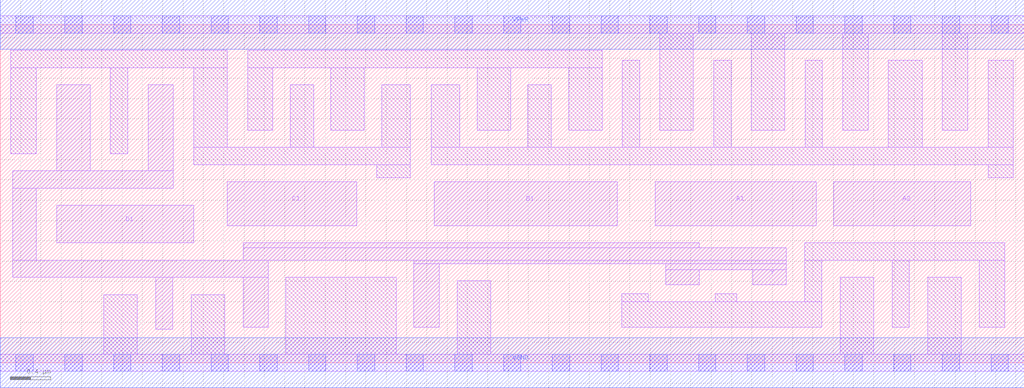
<source format=lef>
# Copyright 2020 The SkyWater PDK Authors
#
# Licensed under the Apache License, Version 2.0 (the "License");
# you may not use this file except in compliance with the License.
# You may obtain a copy of the License at
#
#     https://www.apache.org/licenses/LICENSE-2.0
#
# Unless required by applicable law or agreed to in writing, software
# distributed under the License is distributed on an "AS IS" BASIS,
# WITHOUT WARRANTIES OR CONDITIONS OF ANY KIND, either express or implied.
# See the License for the specific language governing permissions and
# limitations under the License.
#
# SPDX-License-Identifier: Apache-2.0

VERSION 5.7 ;
  NOWIREEXTENSIONATPIN ON ;
  DIVIDERCHAR "/" ;
  BUSBITCHARS "[]" ;
UNITS
  DATABASE MICRONS 200 ;
END UNITS
MACRO sky130_fd_sc_ls__a2111oi_4
  CLASS CORE ;
  FOREIGN sky130_fd_sc_ls__a2111oi_4 ;
  ORIGIN  0.000000  0.000000 ;
  SIZE  10.08000 BY  3.330000 ;
  SYMMETRY X Y ;
  SITE unit ;
  PIN A1
    ANTENNAGATEAREA  1.116000 ;
    DIRECTION INPUT ;
    USE SIGNAL ;
    PORT
      LAYER li1 ;
        RECT 6.450000 1.350000 8.035000 1.780000 ;
    END
  END A1
  PIN A2
    ANTENNAGATEAREA  1.116000 ;
    DIRECTION INPUT ;
    USE SIGNAL ;
    PORT
      LAYER li1 ;
        RECT 8.205000 1.350000 9.555000 1.780000 ;
    END
  END A2
  PIN B1
    ANTENNAGATEAREA  0.894000 ;
    DIRECTION INPUT ;
    USE SIGNAL ;
    PORT
      LAYER li1 ;
        RECT 4.275000 1.350000 6.075000 1.780000 ;
    END
  END B1
  PIN C1
    ANTENNAGATEAREA  0.894000 ;
    DIRECTION INPUT ;
    USE SIGNAL ;
    PORT
      LAYER li1 ;
        RECT 2.235000 1.350000 3.510000 1.780000 ;
    END
  END C1
  PIN D1
    ANTENNAGATEAREA  0.894000 ;
    DIRECTION INPUT ;
    USE SIGNAL ;
    PORT
      LAYER li1 ;
        RECT 0.555000 1.180000 1.905000 1.550000 ;
    END
  END D1
  PIN Y
    ANTENNADIFFAREA  1.708000 ;
    DIRECTION OUTPUT ;
    USE SIGNAL ;
    PORT
      LAYER li1 ;
        RECT 0.125000 0.840000 2.640000 1.010000 ;
        RECT 0.125000 1.010000 0.355000 1.720000 ;
        RECT 0.125000 1.720000 1.705000 1.890000 ;
        RECT 0.555000 1.890000 0.885000 2.735000 ;
        RECT 1.455000 1.890000 1.705000 2.735000 ;
        RECT 1.530000 0.330000 1.700000 0.840000 ;
        RECT 2.390000 0.350000 2.640000 0.840000 ;
        RECT 2.390000 1.010000 7.740000 1.130000 ;
        RECT 2.390000 1.130000 6.880000 1.180000 ;
        RECT 4.070000 0.350000 4.320000 0.975000 ;
        RECT 4.070000 0.975000 7.740000 1.010000 ;
        RECT 6.550000 0.770000 6.880000 0.915000 ;
        RECT 6.550000 0.915000 7.740000 0.975000 ;
        RECT 7.410000 0.770000 7.740000 0.915000 ;
    END
  END Y
  PIN VGND
    DIRECTION INOUT ;
    SHAPE ABUTMENT ;
    USE GROUND ;
    PORT
      LAYER met1 ;
        RECT 0.000000 -0.245000 10.080000 0.245000 ;
    END
  END VGND
  PIN VPWR
    DIRECTION INOUT ;
    SHAPE ABUTMENT ;
    USE POWER ;
    PORT
      LAYER met1 ;
        RECT 0.000000 3.085000 10.080000 3.575000 ;
    END
  END VPWR
  OBS
    LAYER li1 ;
      RECT 0.000000 -0.085000 10.080000 0.085000 ;
      RECT 0.000000  3.245000 10.080000 3.415000 ;
      RECT 0.105000  2.060000  0.355000 2.905000 ;
      RECT 0.105000  2.905000  2.235000 3.075000 ;
      RECT 1.020000  0.085000  1.350000 0.670000 ;
      RECT 1.085000  2.060000  1.255000 2.905000 ;
      RECT 1.880000  0.085000  2.210000 0.670000 ;
      RECT 1.905000  1.950000  4.035000 2.120000 ;
      RECT 1.905000  2.120000  2.235000 2.905000 ;
      RECT 2.435000  2.290000  2.685000 2.905000 ;
      RECT 2.435000  2.905000  5.925000 3.075000 ;
      RECT 2.810000  0.085000  3.900000 0.840000 ;
      RECT 2.855000  2.120000  3.085000 2.735000 ;
      RECT 3.255000  2.290000  3.585000 2.905000 ;
      RECT 3.705000  1.820000  4.035000 1.950000 ;
      RECT 3.755000  2.120000  4.035000 2.735000 ;
      RECT 4.245000  1.950000  9.975000 2.120000 ;
      RECT 4.245000  2.120000  4.525000 2.735000 ;
      RECT 4.500000  0.085000  4.830000 0.805000 ;
      RECT 4.695000  2.290000  5.025000 2.905000 ;
      RECT 5.195000  2.120000  5.425000 2.735000 ;
      RECT 5.595000  2.290000  5.925000 2.905000 ;
      RECT 6.120000  0.350000  8.090000 0.600000 ;
      RECT 6.120000  0.600000  6.380000 0.680000 ;
      RECT 6.125000  2.120000  6.295000 2.980000 ;
      RECT 6.495000  2.290000  6.825000 3.245000 ;
      RECT 7.025000  2.120000  7.195000 2.980000 ;
      RECT 7.040000  0.600000  7.250000 0.680000 ;
      RECT 7.395000  2.290000  7.725000 3.245000 ;
      RECT 7.920000  0.600000  8.090000 1.010000 ;
      RECT 7.920000  1.010000  9.890000 1.180000 ;
      RECT 7.925000  2.120000  8.095000 2.980000 ;
      RECT 8.270000  0.085000  8.600000 0.840000 ;
      RECT 8.295000  2.290000  8.545000 3.245000 ;
      RECT 8.745000  2.120000  9.075000 2.980000 ;
      RECT 8.780000  0.350000  8.950000 1.010000 ;
      RECT 9.130000  0.085000  9.460000 0.840000 ;
      RECT 9.275000  2.290000  9.525000 3.245000 ;
      RECT 9.640000  0.350000  9.890000 1.010000 ;
      RECT 9.725000  1.820000  9.975000 1.950000 ;
      RECT 9.725000  2.120000  9.975000 2.980000 ;
    LAYER mcon ;
      RECT 0.155000 -0.085000 0.325000 0.085000 ;
      RECT 0.155000  3.245000 0.325000 3.415000 ;
      RECT 0.635000 -0.085000 0.805000 0.085000 ;
      RECT 0.635000  3.245000 0.805000 3.415000 ;
      RECT 1.115000 -0.085000 1.285000 0.085000 ;
      RECT 1.115000  3.245000 1.285000 3.415000 ;
      RECT 1.595000 -0.085000 1.765000 0.085000 ;
      RECT 1.595000  3.245000 1.765000 3.415000 ;
      RECT 2.075000 -0.085000 2.245000 0.085000 ;
      RECT 2.075000  3.245000 2.245000 3.415000 ;
      RECT 2.555000 -0.085000 2.725000 0.085000 ;
      RECT 2.555000  3.245000 2.725000 3.415000 ;
      RECT 3.035000 -0.085000 3.205000 0.085000 ;
      RECT 3.035000  3.245000 3.205000 3.415000 ;
      RECT 3.515000 -0.085000 3.685000 0.085000 ;
      RECT 3.515000  3.245000 3.685000 3.415000 ;
      RECT 3.995000 -0.085000 4.165000 0.085000 ;
      RECT 3.995000  3.245000 4.165000 3.415000 ;
      RECT 4.475000 -0.085000 4.645000 0.085000 ;
      RECT 4.475000  3.245000 4.645000 3.415000 ;
      RECT 4.955000 -0.085000 5.125000 0.085000 ;
      RECT 4.955000  3.245000 5.125000 3.415000 ;
      RECT 5.435000 -0.085000 5.605000 0.085000 ;
      RECT 5.435000  3.245000 5.605000 3.415000 ;
      RECT 5.915000 -0.085000 6.085000 0.085000 ;
      RECT 5.915000  3.245000 6.085000 3.415000 ;
      RECT 6.395000 -0.085000 6.565000 0.085000 ;
      RECT 6.395000  3.245000 6.565000 3.415000 ;
      RECT 6.875000 -0.085000 7.045000 0.085000 ;
      RECT 6.875000  3.245000 7.045000 3.415000 ;
      RECT 7.355000 -0.085000 7.525000 0.085000 ;
      RECT 7.355000  3.245000 7.525000 3.415000 ;
      RECT 7.835000 -0.085000 8.005000 0.085000 ;
      RECT 7.835000  3.245000 8.005000 3.415000 ;
      RECT 8.315000 -0.085000 8.485000 0.085000 ;
      RECT 8.315000  3.245000 8.485000 3.415000 ;
      RECT 8.795000 -0.085000 8.965000 0.085000 ;
      RECT 8.795000  3.245000 8.965000 3.415000 ;
      RECT 9.275000 -0.085000 9.445000 0.085000 ;
      RECT 9.275000  3.245000 9.445000 3.415000 ;
      RECT 9.755000 -0.085000 9.925000 0.085000 ;
      RECT 9.755000  3.245000 9.925000 3.415000 ;
  END
END sky130_fd_sc_ls__a2111oi_4
END LIBRARY

</source>
